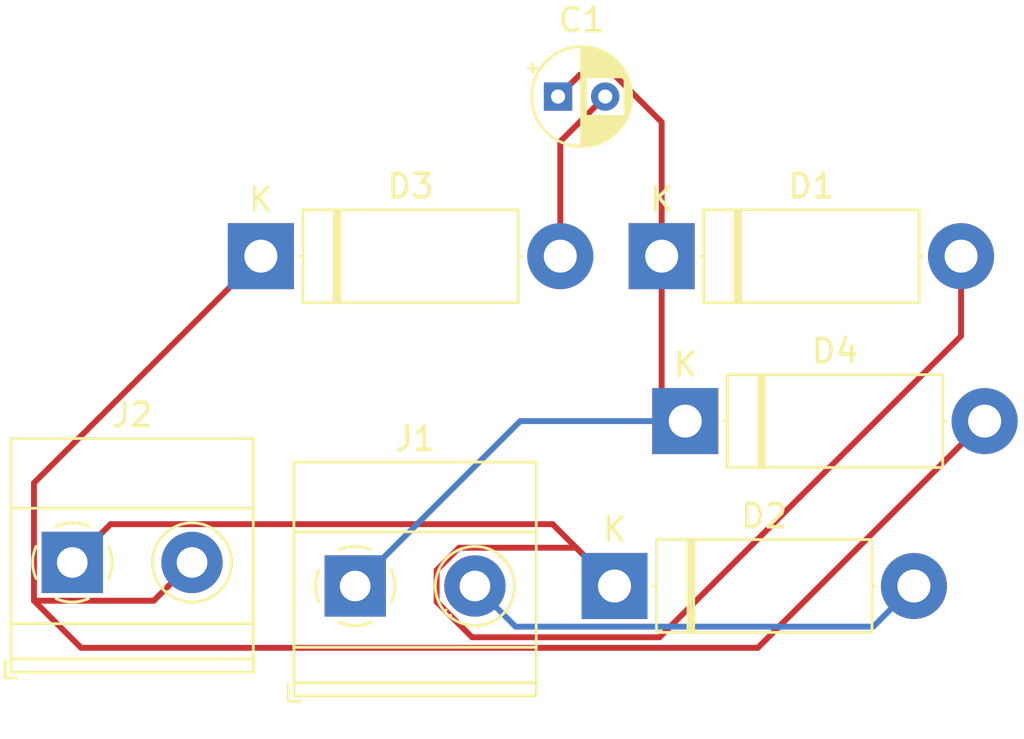
<source format=kicad_pcb>
(kicad_pcb (version 20221018) (generator pcbnew)
  (layers (0 "F.Cu" signal) (31 "B.Cu" signal) (34 "B.Paste" user) (35 "F.Paste" user) (36 "B.SilkS" user "B.Silkscreen") (37 "F.SilkS" user "F.Silkscreen") (38 "B.Mask" user) (39 "F.Mask" user) (44 "Edge.Cuts" user))
  (net 0 "")
  (net 1 "/Rectifier")
  (net 2 "GND1")
  (net 3 "/VCC")
  (net 4 "GND")
  (footprint "Diode_THT:D_5W_P12.70mm_Horizontal" (layer "F.Cu") (at 149 128)
    (fp_text reference "D2" (at 6.35 -2.97) (layer "F.SilkS"))
    (fp_text value "D")
    (fp_text user "K" (at 0 -2.4) (layer "F.SilkS"))
    (fp_line (start 1.64 0) (end 1.78 0) (stroke (width 0.12)) (layer "F.SilkS"))
    (fp_line (start 1.78 -1.97) (end 1.78 1.97) (stroke (width 0.12)) (layer "F.SilkS"))
    (fp_line (start 1.78 1.97) (end 10.92 1.97) (stroke (width 0.12)) (layer "F.SilkS"))
    (fp_line (start 3.115 -1.97) (end 3.115 1.97) (stroke (width 0.12)) (layer "F.SilkS"))
    (fp_line (start 3.235 -1.97) (end 3.235 1.97) (stroke (width 0.12)) (layer "F.SilkS"))
    (fp_line (start 3.355 -1.97) (end 3.355 1.97) (stroke (width 0.12)) (layer "F.SilkS"))
    (fp_line (start 10.92 -1.97) (end 1.78 -1.97) (stroke (width 0.12)) (layer "F.SilkS"))
    (fp_line (start 10.92 1.97) (end 10.92 -1.97) (stroke (width 0.12)) (layer "F.SilkS"))
    (fp_line (start 11.06 0) (end 10.92 0) (stroke (width 0.12)) (layer "F.SilkS"))
    (pad "1" thru_hole rect (at 0 0) (size 2.8 2.8) (drill 1.4) (layers "*.Cu" "*.Mask") (net 3 "/VCC"))
    (pad "2" thru_hole oval (at 12.7 0) (size 2.8 2.8) (drill 1.4) (layers "*.Cu" "*.Mask") (net 2 "GND1"))
  )
  (footprint "TerminalBlock_Phoenix:TerminalBlock_Phoenix_MKDS-1,5-2-5.08_1x02_P5.08mm_Horizontal" (layer "F.Cu") (at 126 127)
    (fp_text reference "J2" (at 2.54 -6.26) (layer "F.SilkS"))
    (fp_text value "Conn_01x02")
    (fp_line (start -2.84 4.16) (end -2.84 4.9) (stroke (width 0.12)) (layer "F.SilkS"))
    (fp_line (start -2.84 4.9) (end -2.34 4.9) (stroke (width 0.12)) (layer "F.SilkS"))
    (fp_line (start -2.6 -5.261) (end -2.6 4.66) (stroke (width 0.12)) (layer "F.SilkS"))
    (fp_line (start -2.6 -5.261) (end 7.68 -5.261) (stroke (width 0.12)) (layer "F.SilkS"))
    (fp_line (start -2.6 -2.301) (end 7.68 -2.301) (stroke (width 0.12)) (layer "F.SilkS"))
    (fp_line (start -2.6 2.6) (end 7.68 2.6) (stroke (width 0.12)) (layer "F.SilkS"))
    (fp_line (start -2.6 4.1) (end 7.68 4.1) (stroke (width 0.12)) (layer "F.SilkS"))
    (fp_line (start -2.6 4.66) (end 7.68 4.66) (stroke (width 0.12)) (layer "F.SilkS"))
    (fp_line (start 3.853 1.023) (end 3.806 1.069) (stroke (width 0.12)) (layer "F.SilkS"))
    (fp_line (start 4.046 1.239) (end 4.011 1.274) (stroke (width 0.12)) (layer "F.SilkS"))
    (fp_line (start 6.15 -1.275) (end 6.115 -1.239) (stroke (width 0.12)) (layer "F.SilkS"))
    (fp_line (start 6.355 -1.069) (end 6.308 -1.023) (stroke (width 0.12)) (layer "F.SilkS"))
    (fp_line (start 7.68 -5.261) (end 7.68 4.66) (stroke (width 0.12)) (layer "F.SilkS"))
    (fp_arc (start -1.535427 0.683042) (mid -1.680501 -0.000524) (end -1.535 -0.684) (stroke (width 0.12)) (layer "F.SilkS"))
    (fp_arc (start -0.683042 -1.535427) (mid 0.000524 -1.680501) (end 0.684 -1.535) (stroke (width 0.12)) (layer "F.SilkS"))
    (fp_arc (start 0.028805 1.680253) (mid -0.335551 1.646659) (end -0.684 1.535) (stroke (width 0.12)) (layer "F.SilkS"))
    (fp_arc (start 0.683318 1.534756) (mid 0.349292 1.643288) (end 0 1.68) (stroke (width 0.12)) (layer "F.SilkS"))
    (fp_arc (start 1.535427 -0.683042) (mid 1.680501 0.000524) (end 1.535 0.684) (stroke (width 0.12)) (layer "F.SilkS"))
    (fp_circle (center 5.08 0) (end 6.76 0) (stroke (width 0.12)) (fill none) (layer "F.SilkS"))
    (pad "1" thru_hole rect (at 0 0) (size 2.6 2.6) (drill 1.3) (layers "*.Cu" "*.Mask") (net 3 "/VCC"))
    (pad "2" thru_hole circle (at 5.08 0) (size 2.6 2.6) (drill 1.3) (layers "*.Cu" "*.Mask") (net 4 "GND"))
  )
  (footprint "TerminalBlock_Phoenix:TerminalBlock_Phoenix_MKDS-1,5-2-5.08_1x02_P5.08mm_Horizontal" (layer "F.Cu") (at 138 128)
    (fp_text reference "J1" (at 2.54 -6.26) (layer "F.SilkS"))
    (fp_text value "Conn_01x02")
    (fp_line (start -2.84 4.16) (end -2.84 4.9) (stroke (width 0.12)) (layer "F.SilkS"))
    (fp_line (start -2.84 4.9) (end -2.34 4.9) (stroke (width 0.12)) (layer "F.SilkS"))
    (fp_line (start -2.6 -5.261) (end -2.6 4.66) (stroke (width 0.12)) (layer "F.SilkS"))
    (fp_line (start -2.6 -5.261) (end 7.68 -5.261) (stroke (width 0.12)) (layer "F.SilkS"))
    (fp_line (start -2.6 -2.301) (end 7.68 -2.301) (stroke (width 0.12)) (layer "F.SilkS"))
    (fp_line (start -2.6 2.6) (end 7.68 2.6) (stroke (width 0.12)) (layer "F.SilkS"))
    (fp_line (start -2.6 4.1) (end 7.68 4.1) (stroke (width 0.12)) (layer "F.SilkS"))
    (fp_line (start -2.6 4.66) (end 7.68 4.66) (stroke (width 0.12)) (layer "F.SilkS"))
    (fp_line (start 3.853 1.023) (end 3.806 1.069) (stroke (width 0.12)) (layer "F.SilkS"))
    (fp_line (start 4.046 1.239) (end 4.011 1.274) (stroke (width 0.12)) (layer "F.SilkS"))
    (fp_line (start 6.15 -1.275) (end 6.115 -1.239) (stroke (width 0.12)) (layer "F.SilkS"))
    (fp_line (start 6.355 -1.069) (end 6.308 -1.023) (stroke (width 0.12)) (layer "F.SilkS"))
    (fp_line (start 7.68 -5.261) (end 7.68 4.66) (stroke (width 0.12)) (layer "F.SilkS"))
    (fp_arc (start -1.535427 0.683042) (mid -1.680501 -0.000524) (end -1.535 -0.684) (stroke (width 0.12)) (layer "F.SilkS"))
    (fp_arc (start -0.683042 -1.535427) (mid 0.000524 -1.680501) (end 0.684 -1.535) (stroke (width 0.12)) (layer "F.SilkS"))
    (fp_arc (start 0.028805 1.680253) (mid -0.335551 1.646659) (end -0.684 1.535) (stroke (width 0.12)) (layer "F.SilkS"))
    (fp_arc (start 0.683318 1.534756) (mid 0.349292 1.643288) (end 0 1.68) (stroke (width 0.12)) (layer "F.SilkS"))
    (fp_arc (start 1.535427 -0.683042) (mid 1.680501 0.000524) (end 1.535 0.684) (stroke (width 0.12)) (layer "F.SilkS"))
    (fp_circle (center 5.08 0) (end 6.76 0) (stroke (width 0.12)) (fill none) (layer "F.SilkS"))
    (pad "1" thru_hole rect (at 0 0) (size 2.6 2.6) (drill 1.3) (layers "*.Cu" "*.Mask") (net 1 "/Rectifier"))
    (pad "2" thru_hole circle (at 5.08 0) (size 2.6 2.6) (drill 1.3) (layers "*.Cu" "*.Mask") (net 2 "GND1"))
  )
  (footprint "Capacitor_THT:CP_Radial_D4.0mm_P2.00mm" (layer "F.Cu") (at 146.604801 107.225)
    (fp_text reference "C1" (at 1 -3.25) (layer "F.SilkS"))
    (fp_text value "10uF")
    (fp_line (start -1.269801 -1.195) (end -0.869801 -1.195) (stroke (width 0.12)) (layer "F.SilkS"))
    (fp_line (start -1.069801 -1.395) (end -1.069801 -0.995) (stroke (width 0.12)) (layer "F.SilkS"))
    (fp_line (start 1 -2.08) (end 1 2.08) (stroke (width 0.12)) (layer "F.SilkS"))
    (fp_line (start 1.04 -2.08) (end 1.04 2.08) (stroke (width 0.12)) (layer "F.SilkS"))
    (fp_line (start 1.08 -2.079) (end 1.08 2.079) (stroke (width 0.12)) (layer "F.SilkS"))
    (fp_line (start 1.12 -2.077) (end 1.12 2.077) (stroke (width 0.12)) (layer "F.SilkS"))
    (fp_line (start 1.16 -2.074) (end 1.16 2.074) (stroke (width 0.12)) (layer "F.SilkS"))
    (fp_line (start 1.2 -2.071) (end 1.2 -0.84) (stroke (width 0.12)) (layer "F.SilkS"))
    (fp_line (start 1.2 0.84) (end 1.2 2.071) (stroke (width 0.12)) (layer "F.SilkS"))
    (fp_line (start 1.24 -2.067) (end 1.24 -0.84) (stroke (width 0.12)) (layer "F.SilkS"))
    (fp_line (start 1.24 0.84) (end 1.24 2.067) (stroke (width 0.12)) (layer "F.SilkS"))
    (fp_line (start 1.28 -2.062) (end 1.28 -0.84) (stroke (width 0.12)) (layer "F.SilkS"))
    (fp_line (start 1.28 0.84) (end 1.28 2.062) (stroke (width 0.12)) (layer "F.SilkS"))
    (fp_line (start 1.32 -2.056) (end 1.32 -0.84) (stroke (width 0.12)) (layer "F.SilkS"))
    (fp_line (start 1.32 0.84) (end 1.32 2.056) (stroke (width 0.12)) (layer "F.SilkS"))
    (fp_line (start 1.36 -2.05) (end 1.36 -0.84) (stroke (width 0.12)) (layer "F.SilkS"))
    (fp_line (start 1.36 0.84) (end 1.36 2.05) (stroke (width 0.12)) (layer "F.SilkS"))
    (fp_line (start 1.4 -2.042) (end 1.4 -0.84) (stroke (width 0.12)) (layer "F.SilkS"))
    (fp_line (start 1.4 0.84) (end 1.4 2.042) (stroke (width 0.12)) (layer "F.SilkS"))
    (fp_line (start 1.44 -2.034) (end 1.44 -0.84) (stroke (width 0.12)) (layer "F.SilkS"))
    (fp_line (start 1.44 0.84) (end 1.44 2.034) (stroke (width 0.12)) (layer "F.SilkS"))
    (fp_line (start 1.48 -2.025) (end 1.48 -0.84) (stroke (width 0.12)) (layer "F.SilkS"))
    (fp_line (start 1.48 0.84) (end 1.48 2.025) (stroke (width 0.12)) (layer "F.SilkS"))
    (fp_line (start 1.52 -2.016) (end 1.52 -0.84) (stroke (width 0.12)) (layer "F.SilkS"))
    (fp_line (start 1.52 0.84) (end 1.52 2.016) (stroke (width 0.12)) (layer "F.SilkS"))
    (fp_line (start 1.56 -2.005) (end 1.56 -0.84) (stroke (width 0.12)) (layer "F.SilkS"))
    (fp_line (start 1.56 0.84) (end 1.56 2.005) (stroke (width 0.12)) (layer "F.SilkS"))
    (fp_line (start 1.6 -1.994) (end 1.6 -0.84) (stroke (width 0.12)) (layer "F.SilkS"))
    (fp_line (start 1.6 0.84) (end 1.6 1.994) (stroke (width 0.12)) (layer "F.SilkS"))
    (fp_line (start 1.64 -1.982) (end 1.64 -0.84) (stroke (width 0.12)) (layer "F.SilkS"))
    (fp_line (start 1.64 0.84) (end 1.64 1.982) (stroke (width 0.12)) (layer "F.SilkS"))
    (fp_line (start 1.68 -1.968) (end 1.68 -0.84) (stroke (width 0.12)) (layer "F.SilkS"))
    (fp_line (start 1.68 0.84) (end 1.68 1.968) (stroke (width 0.12)) (layer "F.SilkS"))
    (fp_line (start 1.721 -1.954) (end 1.721 -0.84) (stroke (width 0.12)) (layer "F.SilkS"))
    (fp_line (start 1.721 0.84) (end 1.721 1.954) (stroke (width 0.12)) (layer "F.SilkS"))
    (fp_line (start 1.761 -1.94) (end 1.761 -0.84) (stroke (width 0.12)) (layer "F.SilkS"))
    (fp_line (start 1.761 0.84) (end 1.761 1.94) (stroke (width 0.12)) (layer "F.SilkS"))
    (fp_line (start 1.801 -1.924) (end 1.801 -0.84) (stroke (width 0.12)) (layer "F.SilkS"))
    (fp_line (start 1.801 0.84) (end 1.801 1.924) (stroke (width 0.12)) (layer "F.SilkS"))
    (fp_line (start 1.841 -1.907) (end 1.841 -0.84) (stroke (width 0.12)) (layer "F.SilkS"))
    (fp_line (start 1.841 0.84) (end 1.841 1.907) (stroke (width 0.12)) (layer "F.SilkS"))
    (fp_line (start 1.881 -1.889) (end 1.881 -0.84) (stroke (width 0.12)) (layer "F.SilkS"))
    (fp_line (start 1.881 0.84) (end 1.881 1.889) (stroke (width 0.12)) (layer "F.SilkS"))
    (fp_line (start 1.921 -1.87) (end 1.921 -0.84) (stroke (width 0.12)) (layer "F.SilkS"))
    (fp_line (start 1.921 0.84) (end 1.921 1.87) (stroke (width 0.12)) (layer "F.SilkS"))
    (fp_line (start 1.961 -1.851) (end 1.961 -0.84) (stroke (width 0.12)) (layer "F.SilkS"))
    (fp_line (start 1.961 0.84) (end 1.961 1.851) (stroke (width 0.12)) (layer "F.SilkS"))
    (fp_line (start 2.001 -1.83) (end 2.001 -0.84) (stroke (width 0.12)) (layer "F.SilkS"))
    (fp_line (start 2.001 0.84) (end 2.001 1.83) (stroke (width 0.12)) (layer "F.SilkS"))
    (fp_line (start 2.041 -1.808) (end 2.041 -0.84) (stroke (width 0.12)) (layer "F.SilkS"))
    (fp_line (start 2.041 0.84) (end 2.041 1.808) (stroke (width 0.12)) (layer "F.SilkS"))
    (fp_line (start 2.081 -1.785) (end 2.081 -0.84) (stroke (width 0.12)) (layer "F.SilkS"))
    (fp_line (start 2.081 0.84) (end 2.081 1.785) (stroke (width 0.12)) (layer "F.SilkS"))
    (fp_line (start 2.121 -1.76) (end 2.121 -0.84) (stroke (width 0.12)) (layer "F.SilkS"))
    (fp_line (start 2.121 0.84) (end 2.121 1.76) (stroke (width 0.12)) (layer "F.SilkS"))
    (fp_line (start 2.161 -1.735) (end 2.161 -0.84) (stroke (width 0.12)) (layer "F.SilkS"))
    (fp_line (start 2.161 0.84) (end 2.161 1.735) (stroke (width 0.12)) (layer "F.SilkS"))
    (fp_line (start 2.201 -1.708) (end 2.201 -0.84) (stroke (width 0.12)) (layer "F.SilkS"))
    (fp_line (start 2.201 0.84) (end 2.201 1.708) (stroke (width 0.12)) (layer "F.SilkS"))
    (fp_line (start 2.241 -1.68) (end 2.241 -0.84) (stroke (width 0.12)) (layer "F.SilkS"))
    (fp_line (start 2.241 0.84) (end 2.241 1.68) (stroke (width 0.12)) (layer "F.SilkS"))
    (fp_line (start 2.281 -1.65) (end 2.281 -0.84) (stroke (width 0.12)) (layer "F.SilkS"))
    (fp_line (start 2.281 0.84) (end 2.281 1.65) (stroke (width 0.12)) (layer "F.SilkS"))
    (fp_line (start 2.321 -1.619) (end 2.321 -0.84) (stroke (width 0.12)) (layer "F.SilkS"))
    (fp_line (start 2.321 0.84) (end 2.321 1.619) (stroke (width 0.12)) (layer "F.SilkS"))
    (fp_line (start 2.361 -1.587) (end 2.361 -0.84) (stroke (width 0.12)) (layer "F.SilkS"))
    (fp_line (start 2.361 0.84) (end 2.361 1.587) (stroke (width 0.12)) (layer "F.SilkS"))
    (fp_line (start 2.401 -1.552) (end 2.401 -0.84) (stroke (width 0.12)) (layer "F.SilkS"))
    (fp_line (start 2.401 0.84) (end 2.401 1.552) (stroke (width 0.12)) (layer "F.SilkS"))
    (fp_line (start 2.441 -1.516) (end 2.441 -0.84) (stroke (width 0.12)) (layer "F.SilkS"))
    (fp_line (start 2.441 0.84) (end 2.441 1.516) (stroke (width 0.12)) (layer "F.SilkS"))
    (fp_line (start 2.481 -1.478) (end 2.481 -0.84) (stroke (width 0.12)) (layer "F.SilkS"))
    (fp_line (start 2.481 0.84) (end 2.481 1.478) (stroke (width 0.12)) (layer "F.SilkS"))
    (fp_line (start 2.521 -1.438) (end 2.521 -0.84) (stroke (width 0.12)) (layer "F.SilkS"))
    (fp_line (start 2.521 0.84) (end 2.521 1.438) (stroke (width 0.12)) (layer "F.SilkS"))
    (fp_line (start 2.561 -1.396) (end 2.561 -0.84) (stroke (width 0.12)) (layer "F.SilkS"))
    (fp_line (start 2.561 0.84) (end 2.561 1.396) (stroke (width 0.12)) (layer "F.SilkS"))
    (fp_line (start 2.601 -1.351) (end 2.601 -0.84) (stroke (width 0.12)) (layer "F.SilkS"))
    (fp_line (start 2.601 0.84) (end 2.601 1.351) (stroke (width 0.12)) (layer "F.SilkS"))
    (fp_line (start 2.641 -1.304) (end 2.641 -0.84) (stroke (width 0.12)) (layer "F.SilkS"))
    (fp_line (start 2.641 0.84) (end 2.641 1.304) (stroke (width 0.12)) (layer "F.SilkS"))
    (fp_line (start 2.681 -1.254) (end 2.681 -0.84) (stroke (width 0.12)) (layer "F.SilkS"))
    (fp_line (start 2.681 0.84) (end 2.681 1.254) (stroke (width 0.12)) (layer "F.SilkS"))
    (fp_line (start 2.721 -1.2) (end 2.721 -0.84) (stroke (width 0.12)) (layer "F.SilkS"))
    (fp_line (start 2.721 0.84) (end 2.721 1.2) (stroke (width 0.12)) (layer "F.SilkS"))
    (fp_line (start 2.761 -1.142) (end 2.761 -0.84) (stroke (width 0.12)) (layer "F.SilkS"))
    (fp_line (start 2.761 0.84) (end 2.761 1.142) (stroke (width 0.12)) (layer "F.SilkS"))
    (fp_line (start 2.801 -1.08) (end 2.801 -0.84) (stroke (width 0.12)) (layer "F.SilkS"))
    (fp_line (start 2.801 0.84) (end 2.801 1.08) (stroke (width 0.12)) (layer "F.SilkS"))
    (fp_line (start 2.841 -1.013) (end 2.841 1.013) (stroke (width 0.12)) (layer "F.SilkS"))
    (fp_line (start 2.881 -0.94) (end 2.881 0.94) (stroke (width 0.12)) (layer "F.SilkS"))
    (fp_line (start 2.921 -0.859) (end 2.921 0.859) (stroke (width 0.12)) (layer "F.SilkS"))
    (fp_line (start 2.961 -0.768) (end 2.961 0.768) (stroke (width 0.12)) (layer "F.SilkS"))
    (fp_line (start 3.001 -0.664) (end 3.001 0.664) (stroke (width 0.12)) (layer "F.SilkS"))
    (fp_line (start 3.041 -0.537) (end 3.041 0.537) (stroke (width 0.12)) (layer "F.SilkS"))
    (fp_line (start 3.081 -0.37) (end 3.081 0.37) (stroke (width 0.12)) (layer "F.SilkS"))
    (fp_circle (center 1 0) (end 3.12 0) (stroke (width 0.12)) (fill none) (layer "F.SilkS"))
    (pad "1" thru_hole rect (at 0 0) (size 1.2 1.2) (drill 0.6) (layers "*.Cu" "*.Mask") (net 1 "/Rectifier"))
    (pad "2" thru_hole circle (at 2 0) (size 1.2 1.2) (drill 0.6) (layers "*.Cu" "*.Mask") (net 2 "GND1"))
  )
  (footprint "Diode_THT:D_5W_P12.70mm_Horizontal" (layer "F.Cu") (at 152 121)
    (fp_text reference "D4" (at 6.35 -2.97) (layer "F.SilkS"))
    (fp_text value "D")
    (fp_text user "K" (at 0 -2.4) (layer "F.SilkS"))
    (fp_line (start 1.64 0) (end 1.78 0) (stroke (width 0.12)) (layer "F.SilkS"))
    (fp_line (start 1.78 -1.97) (end 1.78 1.97) (stroke (width 0.12)) (layer "F.SilkS"))
    (fp_line (start 1.78 1.97) (end 10.92 1.97) (stroke (width 0.12)) (layer "F.SilkS"))
    (fp_line (start 3.115 -1.97) (end 3.115 1.97) (stroke (width 0.12)) (layer "F.SilkS"))
    (fp_line (start 3.235 -1.97) (end 3.235 1.97) (stroke (width 0.12)) (layer "F.SilkS"))
    (fp_line (start 3.355 -1.97) (end 3.355 1.97) (stroke (width 0.12)) (layer "F.SilkS"))
    (fp_line (start 10.92 -1.97) (end 1.78 -1.97) (stroke (width 0.12)) (layer "F.SilkS"))
    (fp_line (start 10.92 1.97) (end 10.92 -1.97) (stroke (width 0.12)) (layer "F.SilkS"))
    (fp_line (start 11.06 0) (end 10.92 0) (stroke (width 0.12)) (layer "F.SilkS"))
    (pad "1" thru_hole rect (at 0 0) (size 2.8 2.8) (drill 1.4) (layers "*.Cu" "*.Mask") (net 1 "/Rectifier"))
    (pad "2" thru_hole oval (at 12.7 0) (size 2.8 2.8) (drill 1.4) (layers "*.Cu" "*.Mask") (net 4 "GND"))
  )
  (footprint "Diode_THT:D_5W_P12.70mm_Horizontal" (layer "F.Cu") (at 134 114)
    (fp_text reference "D3" (at 6.35 -2.97) (layer "F.SilkS"))
    (fp_text value "D")
    (fp_text user "K" (at 0 -2.4) (layer "F.SilkS"))
    (fp_line (start 1.64 0) (end 1.78 0) (stroke (width 0.12)) (layer "F.SilkS"))
    (fp_line (start 1.78 -1.97) (end 1.78 1.97) (stroke (width 0.12)) (layer "F.SilkS"))
    (fp_line (start 1.78 1.97) (end 10.92 1.97) (stroke (width 0.12)) (layer "F.SilkS"))
    (fp_line (start 3.115 -1.97) (end 3.115 1.97) (stroke (width 0.12)) (layer "F.SilkS"))
    (fp_line (start 3.235 -1.97) (end 3.235 1.97) (stroke (width 0.12)) (layer "F.SilkS"))
    (fp_line (start 3.355 -1.97) (end 3.355 1.97) (stroke (width 0.12)) (layer "F.SilkS"))
    (fp_line (start 10.92 -1.97) (end 1.78 -1.97) (stroke (width 0.12)) (layer "F.SilkS"))
    (fp_line (start 10.92 1.97) (end 10.92 -1.97) (stroke (width 0.12)) (layer "F.SilkS"))
    (fp_line (start 11.06 0) (end 10.92 0) (stroke (width 0.12)) (layer "F.SilkS"))
    (pad "1" thru_hole rect (at 0 0) (size 2.8 2.8) (drill 1.4) (layers "*.Cu" "*.Mask") (net 4 "GND"))
    (pad "2" thru_hole oval (at 12.7 0) (size 2.8 2.8) (drill 1.4) (layers "*.Cu" "*.Mask") (net 2 "GND1"))
  )
  (footprint "Diode_THT:D_5W_P12.70mm_Horizontal" (layer "F.Cu") (at 151 114)
    (fp_text reference "D1" (at 6.35 -2.97) (layer "F.SilkS"))
    (fp_text value "D")
    (fp_text user "K" (at 0 -2.4) (layer "F.SilkS"))
    (fp_line (start 1.64 0) (end 1.78 0) (stroke (width 0.12)) (layer "F.SilkS"))
    (fp_line (start 1.78 -1.97) (end 1.78 1.97) (stroke (width 0.12)) (layer "F.SilkS"))
    (fp_line (start 1.78 1.97) (end 10.92 1.97) (stroke (width 0.12)) (layer "F.SilkS"))
    (fp_line (start 3.115 -1.97) (end 3.115 1.97) (stroke (width 0.12)) (layer "F.SilkS"))
    (fp_line (start 3.235 -1.97) (end 3.235 1.97) (stroke (width 0.12)) (layer "F.SilkS"))
    (fp_line (start 3.355 -1.97) (end 3.355 1.97) (stroke (width 0.12)) (layer "F.SilkS"))
    (fp_line (start 10.92 -1.97) (end 1.78 -1.97) (stroke (width 0.12)) (layer "F.SilkS"))
    (fp_line (start 10.92 1.97) (end 10.92 -1.97) (stroke (width 0.12)) (layer "F.SilkS"))
    (fp_line (start 11.06 0) (end 10.92 0) (stroke (width 0.12)) (layer "F.SilkS"))
    (pad "1" thru_hole rect (at 0 0) (size 2.8 2.8) (drill 1.4) (layers "*.Cu" "*.Mask") (net 1 "/Rectifier"))
    (pad "2" thru_hole oval (at 12.7 0) (size 2.8 2.8) (drill 1.4) (layers "*.Cu" "*.Mask") (net 3 "/VCC"))
  )
  (segment (start 147.529801 106.3) (end 146.604801 107.225) (width 0.25) (layer "F.Cu") (net 1))
  (segment (start 151 120) (end 152 121) (width 0.25) (layer "F.Cu") (net 1))
  (segment (start 151 114) (end 151 120) (width 0.25) (layer "F.Cu") (net 1))
  (segment (start 148.987949 106.3) (end 147.529801 106.3) (width 0.25) (layer "F.Cu") (net 1))
  (segment (start 151 108.312051) (end 148.987949 106.3) (width 0.25) (layer "F.Cu") (net 1))
  (segment (start 151 114) (end 151 108.312051) (width 0.25) (layer "F.Cu") (net 1))
  (segment (start 145 121) (end 152 121) (width 0.25) (layer "B.Cu") (net 1))
  (segment (start 138 128) (end 145 121) (width 0.25) (layer "B.Cu") (net 1))
  (segment (start 146.7 109.129801) (end 148.604801 107.225) (width 0.25) (layer "F.Cu") (net 2))
  (segment (start 146.7 114) (end 146.7 109.129801) (width 0.25) (layer "F.Cu") (net 2))
  (segment (start 144.805 129.725) (end 143.08 128) (width 0.25) (layer "B.Cu") (net 2))
  (segment (start 161.7 128) (end 159.975 129.725) (width 0.25) (layer "B.Cu") (net 2))
  (segment (start 159.975 129.725) (end 144.805 129.725) (width 0.25) (layer "B.Cu") (net 2))
  (segment (start 163.7 114) (end 163.7 117.386396) (width 0.25) (layer "F.Cu") (net 3))
  (segment (start 141.455 128.673098) (end 141.455 127.326902) (width 0.25) (layer "F.Cu") (net 3))
  (segment (start 127.625 125.375) (end 146.375 125.375) (width 0.25) (layer "F.Cu") (net 3))
  (segment (start 142.406902 126.375) (end 147.375 126.375) (width 0.25) (layer "F.Cu") (net 3))
  (segment (start 147.375 126.375) (end 149 128) (width 0.25) (layer "F.Cu") (net 3))
  (segment (start 146.375 125.375) (end 149 128) (width 0.25) (layer "F.Cu") (net 3))
  (segment (start 142.956902 130.175) (end 141.455 128.673098) (width 0.25) (layer "F.Cu") (net 3))
  (segment (start 126 127) (end 127.625 125.375) (width 0.25) (layer "F.Cu") (net 3))
  (segment (start 163.7 117.386396) (end 150.911396 130.175) (width 0.25) (layer "F.Cu") (net 3))
  (segment (start 141.455 127.326902) (end 142.406902 126.375) (width 0.25) (layer "F.Cu") (net 3))
  (segment (start 150.911396 130.175) (end 142.956902 130.175) (width 0.25) (layer "F.Cu") (net 3))
  (segment (start 131.08 127) (end 129.455 128.625) (width 0.25) (layer "F.Cu") (net 4))
  (segment (start 126.375 130.625) (end 124.375 128.625) (width 0.25) (layer "F.Cu") (net 4))
  (segment (start 124.375 123.625) (end 134 114) (width 0.25) (layer "F.Cu") (net 4))
  (segment (start 124.375 128.625) (end 124.375 123.625) (width 0.25) (layer "F.Cu") (net 4))
  (segment (start 164.7 121) (end 155.075 130.625) (width 0.25) (layer "F.Cu") (net 4))
  (segment (start 155.075 130.625) (end 126.375 130.625) (width 0.25) (layer "F.Cu") (net 4))
  (segment (start 129.455 128.625) (end 124.375 128.625) (width 0.25) (layer "F.Cu") (net 4))
)
</source>
